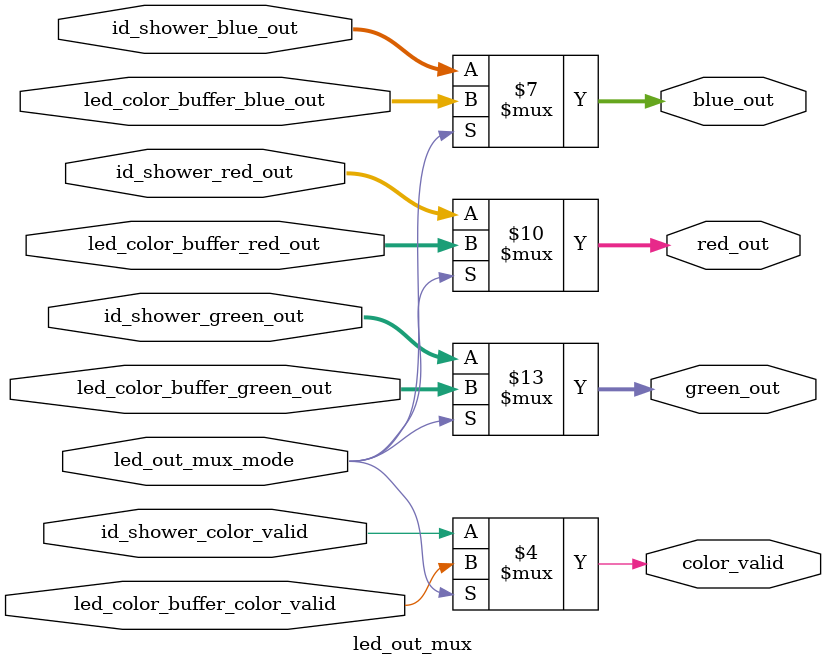
<source format=sv>
`timescale 1ns / 1ps
`include "mem/xilinx_true_dual_port_read_first_2_clock_ram.v"
`include "calibration/id_shower.sv"
`include "common/synchronizer.sv"
`default_nettype none

typedef enum logic {
    ID_SHOWER_OUT = 0,
    CAMERA_COLOR_OUT = 1
} led_out_mux_t;

module led_out_mux #(
    parameter int COLOR_WIDTH = 8 
)(
    input wire led_out_mux_t        led_out_mux_mode,
    // LED SHOWER INPUTS
    input wire [COLOR_WIDTH-1:0]    id_shower_green_out,
    input wire [COLOR_WIDTH-1:0]    id_shower_red_out,
    input wire [COLOR_WIDTH-1:0]    id_shower_blue_out,
    input wire                      id_shower_color_valid,
    // LED_COLOR_BUFFER INPUTS
    input wire [COLOR_WIDTH-1:0]    led_color_buffer_green_out,
    input wire [COLOR_WIDTH-1:0]    led_color_buffer_red_out,
    input wire [COLOR_WIDTH-1:0]    led_color_buffer_blue_out,
    input wire                      led_color_buffer_color_valid,
    // OUTPUTS
    output logic [COLOR_WIDTH-1:0]  green_out,
    output logic [COLOR_WIDTH-1:0]  red_out,
    output logic [COLOR_WIDTH-1:0]  blue_out,
    output logic                    color_valid
);

always_comb begin
    if (led_out_mux_mode == ID_SHOWER_OUT) begin
        green_out = id_shower_green_out;
        red_out = id_shower_red_out;
        blue_out = id_shower_blue_out;
        color_valid = id_shower_color_valid;
    end else begin
        green_out = led_color_buffer_green_out;
        red_out = led_color_buffer_red_out;
        blue_out = led_color_buffer_blue_out;
        color_valid = led_color_buffer_color_valid;
    end
end


endmodule

`default_nettype none
</source>
